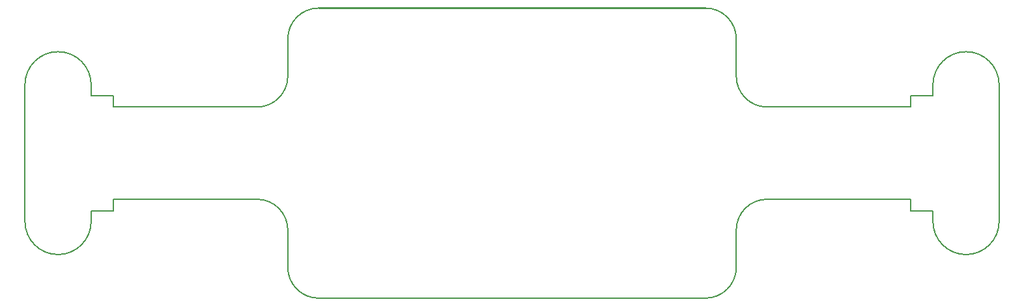
<source format=gm1>
G04 #@! TF.GenerationSoftware,KiCad,Pcbnew,7.0.1*
G04 #@! TF.CreationDate,2024-07-14T18:55:08+02:00*
G04 #@! TF.ProjectId,Gruzik2.0,4772757a-696b-4322-9e30-2e6b69636164,rev?*
G04 #@! TF.SameCoordinates,Original*
G04 #@! TF.FileFunction,Profile,NP*
%FSLAX46Y46*%
G04 Gerber Fmt 4.6, Leading zero omitted, Abs format (unit mm)*
G04 Created by KiCad (PCBNEW 7.0.1) date 2024-07-14 18:55:08*
%MOMM*%
%LPD*%
G01*
G04 APERTURE LIST*
G04 #@! TA.AperFunction,Profile*
%ADD10C,0.150000*%
G04 #@! TD*
G04 #@! TA.AperFunction,Profile*
%ADD11C,0.250000*%
G04 #@! TD*
G04 APERTURE END LIST*
D10*
X152138000Y-160535000D02*
X152138000Y-159035000D01*
X133476000Y-159035000D02*
G75*
G03*
X129476000Y-163035000I0J-4000000D01*
G01*
X159338000Y-139845000D02*
G75*
G03*
X155038000Y-144145000I0J-4300000D01*
G01*
X71184000Y-167894000D02*
G75*
G03*
X75184000Y-171894000I4000000J0D01*
G01*
X155038000Y-160535000D02*
X152138000Y-160535000D01*
X152138000Y-147035000D02*
X133476000Y-147035000D01*
X37022000Y-144145000D02*
X37022000Y-161925000D01*
X159338000Y-166225000D02*
G75*
G03*
X163638000Y-161925000I0J4300000D01*
G01*
X75184000Y-134176000D02*
G75*
G03*
X71184000Y-138176000I0J-4000000D01*
G01*
X45622000Y-144145000D02*
X45622000Y-145535000D01*
X155038000Y-161925000D02*
G75*
G03*
X159338000Y-166225000I4300000J0D01*
G01*
X163638000Y-144145000D02*
G75*
G03*
X159338000Y-139845000I-4300000J0D01*
G01*
X125476000Y-171894000D02*
G75*
G03*
X129476000Y-167894000I0J4000000D01*
G01*
X45622000Y-145535000D02*
X48522000Y-145535000D01*
X45622000Y-161925000D02*
X45622000Y-160535000D01*
X67184000Y-159035000D02*
X48522000Y-159035000D01*
X155038000Y-144145000D02*
X155038000Y-145535000D01*
X48522000Y-160535000D02*
X48522000Y-159035000D01*
X129476000Y-143035000D02*
G75*
G03*
X133476000Y-147035000I4000000J0D01*
G01*
X163638000Y-144145000D02*
X163638000Y-161925000D01*
X45622000Y-160535000D02*
X48522000Y-160535000D01*
X41322000Y-139845000D02*
G75*
G03*
X37022000Y-144145000I0J-4300000D01*
G01*
X71184000Y-143035000D02*
X71184000Y-138176000D01*
X152138000Y-145535000D02*
X152138000Y-147035000D01*
X67184000Y-147035000D02*
G75*
G03*
X71184000Y-143035000I0J4000000D01*
G01*
X48522000Y-145535000D02*
X48522000Y-147035000D01*
D11*
X75184000Y-134176000D02*
X125476000Y-134176000D01*
D10*
X155038000Y-161925000D02*
X155038000Y-160535000D01*
X133476000Y-159035000D02*
X152138000Y-159035000D01*
X67184000Y-147035000D02*
X48522000Y-147035000D01*
X75184000Y-171894000D02*
X125476000Y-171894000D01*
X41322000Y-166225000D02*
G75*
G03*
X45622000Y-161925000I0J4300000D01*
G01*
X71184000Y-163035000D02*
G75*
G03*
X67184000Y-159035000I-4000000J0D01*
G01*
X155038000Y-145535000D02*
X152138000Y-145535000D01*
X37022000Y-161925000D02*
G75*
G03*
X41322000Y-166225000I4300000J0D01*
G01*
X45622000Y-144145000D02*
G75*
G03*
X41322000Y-139845000I-4300000J0D01*
G01*
X129476000Y-167894000D02*
X129476000Y-163035000D01*
X129476000Y-138176000D02*
G75*
G03*
X125476000Y-134176000I-4000000J0D01*
G01*
X129476000Y-138176000D02*
X129476000Y-143035000D01*
X71184000Y-163035000D02*
X71184000Y-167894000D01*
M02*

</source>
